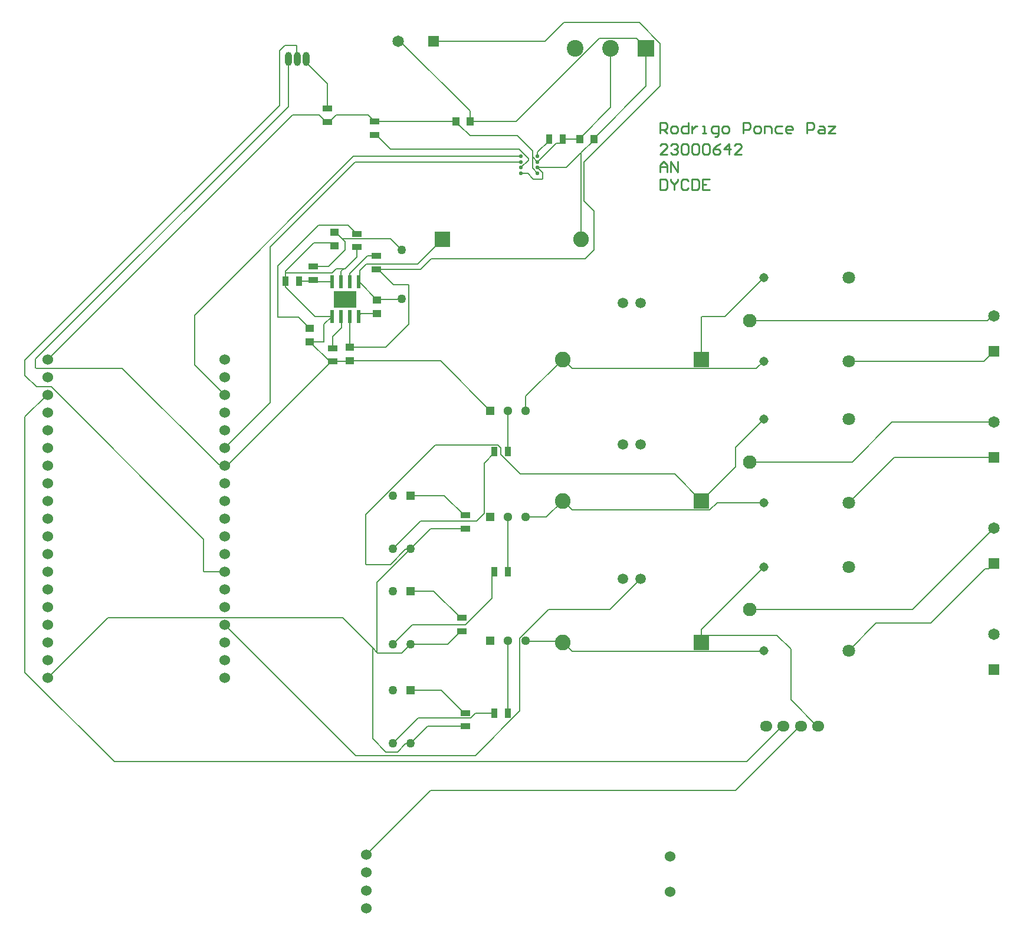
<source format=gtl>
G04*
G04 #@! TF.GenerationSoftware,Altium Limited,Altium Designer,25.5.2 (35)*
G04*
G04 Layer_Physical_Order=1*
G04 Layer_Color=255*
%FSLAX44Y44*%
%MOMM*%
G71*
G04*
G04 #@! TF.SameCoordinates,152D6A4D-AA4F-4EEC-A116-D63785992ADA*
G04*
G04*
G04 #@! TF.FilePolarity,Positive*
G04*
G01*
G75*
%ADD14C,0.2540*%
%ADD16R,1.0000X1.2500*%
%ADD19R,1.2500X1.0000*%
%ADD39C,1.9500*%
G04:AMPARAMS|DCode=43|XSize=0.5mm|YSize=0.5mm|CornerRadius=0.0625mm|HoleSize=0mm|Usage=FLASHONLY|Rotation=90.000|XOffset=0mm|YOffset=0mm|HoleType=Round|Shape=RoundedRectangle|*
%AMROUNDEDRECTD43*
21,1,0.5000,0.3750,0,0,90.0*
21,1,0.3750,0.5000,0,0,90.0*
1,1,0.1250,0.1875,0.1875*
1,1,0.1250,0.1875,-0.1875*
1,1,0.1250,-0.1875,-0.1875*
1,1,0.1250,-0.1875,0.1875*
%
%ADD43ROUNDEDRECTD43*%
%ADD44R,1.3800X0.9200*%
%ADD45R,0.9200X1.3800*%
%ADD46R,0.6000X1.9700*%
%ADD47R,3.3000X2.4100*%
%ADD48C,0.1651*%
%ADD49R,1.2600X1.2600*%
%ADD50C,1.2600*%
%ADD51O,1.0000X2.0000*%
%ADD52O,1.0000X2.0000*%
%ADD53R,2.4000X2.4000*%
%ADD54C,1.6500*%
%ADD55C,2.2500*%
%ADD56R,1.2980X1.2980*%
%ADD57O,1.7780X1.5240*%
%ADD58C,1.5240*%
%ADD59R,2.2500X2.2500*%
%ADD60C,1.5000*%
%ADD61C,1.2980*%
%ADD62R,1.6500X1.6500*%
%ADD63C,2.4000*%
%ADD64C,1.3080*%
%ADD65C,1.8000*%
%ADD66R,1.6500X1.6500*%
%ADD67C,1.2580*%
D14*
X904240Y1010918D02*
Y1026153D01*
X911858D01*
X914397Y1023614D01*
Y1018536D01*
X911858Y1015997D01*
X904240D01*
X909318D02*
X914397Y1010918D01*
X922014D02*
X927093D01*
X929632Y1013457D01*
Y1018536D01*
X927093Y1021075D01*
X922014D01*
X919475Y1018536D01*
Y1013457D01*
X922014Y1010918D01*
X944867Y1026153D02*
Y1010918D01*
X937249D01*
X934710Y1013457D01*
Y1018536D01*
X937249Y1021075D01*
X944867D01*
X949945D02*
Y1010918D01*
Y1015997D01*
X952484Y1018536D01*
X955024Y1021075D01*
X957563D01*
X965180Y1010918D02*
X970259D01*
X967719D01*
Y1021075D01*
X965180D01*
X982954Y1005840D02*
X985494D01*
X988033Y1008379D01*
Y1021075D01*
X980415D01*
X977876Y1018536D01*
Y1013457D01*
X980415Y1010918D01*
X988033D01*
X995650D02*
X1000729D01*
X1003268Y1013457D01*
Y1018536D01*
X1000729Y1021075D01*
X995650D01*
X993111Y1018536D01*
Y1013457D01*
X995650Y1010918D01*
X1023581D02*
Y1026153D01*
X1031199D01*
X1033738Y1023614D01*
Y1018536D01*
X1031199Y1015997D01*
X1023581D01*
X1041356Y1010918D02*
X1046434D01*
X1048973Y1013457D01*
Y1018536D01*
X1046434Y1021075D01*
X1041356D01*
X1038817Y1018536D01*
Y1013457D01*
X1041356Y1010918D01*
X1054052D02*
Y1021075D01*
X1061669D01*
X1064208Y1018536D01*
Y1010918D01*
X1079443Y1021075D02*
X1071826D01*
X1069287Y1018536D01*
Y1013457D01*
X1071826Y1010918D01*
X1079443D01*
X1092139D02*
X1087061D01*
X1084522Y1013457D01*
Y1018536D01*
X1087061Y1021075D01*
X1092139D01*
X1094678Y1018536D01*
Y1015997D01*
X1084522D01*
X1114992Y1010918D02*
Y1026153D01*
X1122609D01*
X1125148Y1023614D01*
Y1018536D01*
X1122609Y1015997D01*
X1114992D01*
X1132766Y1021075D02*
X1137844D01*
X1140384Y1018536D01*
Y1010918D01*
X1132766D01*
X1130227Y1013457D01*
X1132766Y1015997D01*
X1140384D01*
X1145462Y1021075D02*
X1155619D01*
X1145462Y1010918D01*
X1155619D01*
X914397Y980440D02*
X904240D01*
X914397Y990597D01*
Y993136D01*
X911858Y995675D01*
X906779D01*
X904240Y993136D01*
X919475D02*
X922014Y995675D01*
X927093D01*
X929632Y993136D01*
Y990597D01*
X927093Y988057D01*
X924553D01*
X927093D01*
X929632Y985518D01*
Y982979D01*
X927093Y980440D01*
X922014D01*
X919475Y982979D01*
X934710Y993136D02*
X937249Y995675D01*
X942328D01*
X944867Y993136D01*
Y982979D01*
X942328Y980440D01*
X937249D01*
X934710Y982979D01*
Y993136D01*
X949945D02*
X952484Y995675D01*
X957563D01*
X960102Y993136D01*
Y982979D01*
X957563Y980440D01*
X952484D01*
X949945Y982979D01*
Y993136D01*
X965180D02*
X967719Y995675D01*
X972798D01*
X975337Y993136D01*
Y982979D01*
X972798Y980440D01*
X967719D01*
X965180Y982979D01*
Y993136D01*
X990572Y995675D02*
X985494Y993136D01*
X980415Y988057D01*
Y982979D01*
X982954Y980440D01*
X988033D01*
X990572Y982979D01*
Y985518D01*
X988033Y988057D01*
X980415D01*
X1003268Y980440D02*
Y995675D01*
X995650Y988057D01*
X1005807D01*
X1021042Y980440D02*
X1010885D01*
X1021042Y990597D01*
Y993136D01*
X1018503Y995675D01*
X1013425D01*
X1010885Y993136D01*
X904240Y955040D02*
Y965197D01*
X909318Y970275D01*
X914397Y965197D01*
Y955040D01*
Y962657D01*
X904240D01*
X919475Y955040D02*
Y970275D01*
X929632Y955040D01*
Y970275D01*
X904240Y944875D02*
Y929640D01*
X911858D01*
X914397Y932179D01*
Y942336D01*
X911858Y944875D01*
X904240D01*
X919475D02*
Y942336D01*
X924553Y937258D01*
X929632Y942336D01*
Y944875D01*
X924553Y937258D02*
Y929640D01*
X944867Y942336D02*
X942328Y944875D01*
X937249D01*
X934710Y942336D01*
Y932179D01*
X937249Y929640D01*
X942328D01*
X944867Y932179D01*
X949945Y944875D02*
Y929640D01*
X957563D01*
X960102Y932179D01*
Y942336D01*
X957563Y944875D01*
X949945D01*
X975337D02*
X965180D01*
Y929640D01*
X975337D01*
X965180Y937258D02*
X970259D01*
D16*
X808830Y1002030D02*
D03*
X631030Y1027430D02*
D03*
X788830Y1002030D02*
D03*
X611030Y1027430D02*
D03*
D19*
X458470Y683420D02*
D03*
X436880Y848520D02*
D03*
X401320Y710710D02*
D03*
X436880Y868520D02*
D03*
X497840Y751350D02*
D03*
Y771350D02*
D03*
X458470Y703420D02*
D03*
X401320Y730710D02*
D03*
D39*
X1032790Y326150D02*
D03*
Y538550D02*
D03*
Y741750D02*
D03*
D43*
X728280Y961200D02*
D03*
X704280Y953200D02*
D03*
X728280Y969200D02*
D03*
Y953200D02*
D03*
X704280Y977200D02*
D03*
Y969200D02*
D03*
Y961200D02*
D03*
X728280Y977400D02*
D03*
D44*
X468630Y847050D02*
D03*
X434340Y682600D02*
D03*
X426720Y1045870D02*
D03*
X468630Y866150D02*
D03*
X496570Y815300D02*
D03*
Y834400D02*
D03*
X434340Y701700D02*
D03*
X406400Y819160D02*
D03*
Y800060D02*
D03*
X494030Y1027430D02*
D03*
X426720Y1026770D02*
D03*
X624840Y442570D02*
D03*
X619760Y295250D02*
D03*
X624840Y158700D02*
D03*
X619760Y314350D02*
D03*
X624840Y177800D02*
D03*
Y461670D02*
D03*
X494030Y1008330D02*
D03*
D45*
X366370Y798180D02*
D03*
X685190Y381000D02*
D03*
X666090D02*
D03*
X685190Y553720D02*
D03*
X666090D02*
D03*
X385470Y798180D02*
D03*
X685190Y177800D02*
D03*
X666090D02*
D03*
X763930Y1002030D02*
D03*
X744830D02*
D03*
D46*
X445770Y796910D02*
D03*
X433070Y747410D02*
D03*
X471170Y796910D02*
D03*
Y747410D02*
D03*
X458470D02*
D03*
X445770D02*
D03*
X433070Y796910D02*
D03*
X458470D02*
D03*
D47*
X452120Y772160D02*
D03*
D48*
X7773Y674067D02*
Y685953D01*
X132231Y673100D02*
X270271Y535060D01*
X8740Y673100D02*
X132231D01*
X7773Y674067D02*
X8740Y673100D01*
X7773Y685953D02*
X370840Y1049020D01*
Y1117600D01*
X366370Y810260D02*
Y812576D01*
Y798180D02*
Y810260D01*
X433548D01*
X366370Y789330D02*
Y798180D01*
X433548Y810260D02*
X439527Y816239D01*
X407234Y853440D02*
X430710D01*
X366370Y812576D02*
X407234Y853440D01*
X366370Y812576D02*
X366370Y812576D01*
X435630Y848520D02*
X436880D01*
X430710Y853440D02*
X435630Y848520D01*
X869825Y1146936D02*
X883920Y1132840D01*
X816736Y1146936D02*
X869825D01*
X883920Y1078370D02*
Y1132840D01*
X808830Y1003280D02*
X883920Y1078370D01*
X697230Y1027430D02*
X816736Y1146936D01*
X790380Y982330D02*
X808830Y1000780D01*
Y1002030D02*
Y1003280D01*
X769250Y961200D02*
X790380Y982330D01*
X728280Y961200D02*
X769250D01*
X735330Y945847D02*
Y954150D01*
X734363Y944880D02*
X735330Y945847D01*
X631030Y1027430D02*
X697230D01*
X631030D02*
Y1042830D01*
X528320Y1143000D02*
X530860D01*
X631030Y1042830D01*
X728280Y961200D02*
X735330Y954150D01*
X722262Y944880D02*
X734363D01*
X704280Y953200D02*
X713942D01*
X722262Y944880D01*
X790380Y858520D02*
Y982330D01*
X1104646Y159258D02*
X1105916D01*
X1012317Y66929D02*
X1104646Y159258D01*
X574929Y66929D02*
X1012317D01*
X468630Y832799D02*
Y847050D01*
X458470Y683420D02*
X588680D01*
X452070Y816239D02*
X468630Y832799D01*
X457650Y682600D02*
X458470Y683420D01*
X588680D02*
X660400Y611700D01*
X482600Y-25400D02*
X574929Y66929D01*
X449843Y816239D02*
X452070D01*
X445770Y812166D02*
X449843Y816239D01*
X445770Y796910D02*
Y812166D01*
X439527Y816239D02*
X449843D01*
X421640Y711200D02*
Y735980D01*
X433070Y747410D01*
X408290D02*
X433070D01*
X401810Y711200D02*
X421640D01*
X432040Y682600D02*
X434340D01*
X429430D02*
X432040D01*
X434340D02*
X457650D01*
X401320Y710710D02*
X429430Y682600D01*
X282840Y533400D02*
X432040Y682600D01*
X366370Y789330D02*
X408290Y747410D01*
X401320Y710710D02*
X401810Y711200D01*
X279400Y533400D02*
X282840D01*
X277740Y535060D02*
X279400Y533400D01*
X270271Y535060D02*
X277740D01*
X-7620Y662971D02*
X8812Y646539D01*
X-7620Y684530D02*
X358140Y1050290D01*
X-7620Y662971D02*
Y684530D01*
X358140Y1050290D02*
Y1129030D01*
X8812Y646539D02*
X30175Y646432D01*
X382397Y1118743D02*
Y1135683D01*
X381430Y1136650D02*
X382397Y1135683D01*
Y1118743D02*
X383540Y1117600D01*
X358140Y1129030D02*
X365760Y1136650D01*
X381430D01*
X248920Y381967D02*
Y427687D01*
X249887Y381000D02*
X279400D01*
X30639Y645968D02*
X248920Y427687D01*
X30175Y646432D02*
X30639Y645968D01*
X248920Y381967D02*
X249887Y381000D01*
X396240Y1112600D02*
Y1117600D01*
Y1112600D02*
X426720Y1082120D01*
Y1045870D02*
Y1082120D01*
X520700Y276860D02*
X548640Y304800D01*
X624674D02*
X662316Y342442D01*
X548640Y304800D02*
X624674D01*
X355600Y820420D02*
X414020Y878840D01*
X355600Y746760D02*
Y820420D01*
X414020Y878840D02*
X455940D01*
X452120Y843280D02*
Y854530D01*
X406400Y819160D02*
X428000D01*
X452120Y843280D01*
X615205Y1022005D02*
X616455D01*
X611030Y1026180D02*
X615205Y1022005D01*
X698803Y1007110D02*
X720959Y984954D01*
X631350Y1007110D02*
X698803D01*
X616455Y1022005D02*
X631350Y1007110D01*
X833120Y1047570D02*
Y1132840D01*
X788830Y1003280D02*
X833120Y1047570D01*
X788830Y1002030D02*
Y1003280D01*
X763930Y1002030D02*
X788830D01*
X763930Y999730D02*
Y1002030D01*
X760155Y995956D02*
X763930Y999730D01*
X755035Y995956D02*
X760155D01*
X728280Y969200D02*
X755035Y995956D01*
X720959Y960521D02*
X728280Y953200D01*
X720959Y976521D02*
Y984954D01*
Y976521D02*
X728280Y969200D01*
X720959Y960521D02*
Y976521D01*
X439230Y1036980D02*
X484480D01*
X494030Y1027430D01*
X429020Y1026770D02*
X439230Y1036980D01*
X611030Y1026180D02*
Y1027430D01*
X494030D02*
X611030D01*
X414210Y1036980D02*
X424420Y1026770D01*
X376580Y1036980D02*
X414210D01*
X426720Y1026770D02*
X429020D01*
X424420D02*
X426720D01*
X25400Y685800D02*
X376580Y1036980D01*
X1051495Y266054D02*
X1052790Y267350D01*
X777446Y266054D02*
X1051495D01*
X764100Y279400D02*
X777446Y266054D01*
X763050Y280450D02*
X764100Y279400D01*
X712250Y280450D02*
X763050D01*
X711200Y281500D02*
X712250Y280450D01*
X685190Y177800D02*
X685800Y178410D01*
Y281500D01*
X510540Y121920D02*
X527050D01*
X491490Y140970D02*
X510540Y121920D01*
X491490Y140970D02*
Y271477D01*
X448452Y314515D02*
X491490Y271477D01*
X497840Y265127D01*
X527050Y121920D02*
X538370Y133240D01*
X544720D02*
X570180Y158700D01*
X538370Y133240D02*
X544720D01*
X467360Y116840D02*
X638694D01*
X702615Y180761D01*
X279400Y304800D02*
X467360Y116840D01*
X-7620Y236220D02*
X120650Y107950D01*
X1028192D01*
X1079500Y159258D01*
X-7620Y236220D02*
Y603250D01*
X24130Y635000D02*
X25400D01*
X-7620Y603250D02*
X24130Y635000D01*
X1079500Y159258D02*
X1080770D01*
X1091652Y197144D02*
X1129538Y159258D01*
X1091652Y197144D02*
Y269788D01*
X963100Y279400D02*
X973260Y289560D01*
X1071880D02*
X1091652Y269788D01*
X973260Y289560D02*
X1071880D01*
X1265950Y326150D02*
X1383030Y443230D01*
X1032790Y326150D02*
X1265950D01*
X1375605Y385005D02*
X1383030Y392430D01*
X1370526Y385005D02*
X1375605D01*
X1292209Y306689D02*
X1370526Y385005D01*
X1214129Y306689D02*
X1292209D01*
X1174790Y267350D02*
X1214129Y306689D01*
X964067Y747590D02*
X997430D01*
X1052790Y802950D01*
X1012064Y559024D02*
X1052790Y599750D01*
X1012064Y531564D02*
Y559024D01*
X963100Y746623D02*
X964067Y747590D01*
X963100Y685800D02*
Y746623D01*
X675640Y548806D02*
X703531Y520915D01*
X675640Y548806D02*
Y558633D01*
X703531Y520915D02*
X924784D01*
X581323Y562715D02*
X671558D01*
X675640Y558633D01*
X963100Y297660D02*
X1052790Y387350D01*
X1129538Y159258D02*
X1130808D01*
X963100Y482600D02*
X1012064Y531564D01*
X963100Y279400D02*
Y297660D01*
X924784Y520915D02*
X963100Y482600D01*
X617460Y295250D02*
X619760D01*
X599070Y276860D02*
X617460Y295250D01*
X546100Y414020D02*
X574650Y442570D01*
X517615Y858505D02*
X533400Y842720D01*
X517615Y858505D02*
Y859065D01*
X481330Y462723D02*
X581323Y562715D01*
X574650Y442570D02*
X624840D01*
X544720Y412640D02*
X546100Y414020D01*
X538370Y412640D02*
X544720D01*
X516890Y391160D02*
X538370Y412640D01*
X447585Y859065D02*
X517615D01*
X447585D02*
X452120Y854530D01*
X436880Y868520D02*
X438130D01*
X447585Y859065D01*
X481330Y392127D02*
Y462723D01*
X482297Y391160D02*
X516890D01*
X570180Y158700D02*
X624840D01*
X546100Y276860D02*
X599070D01*
X497840Y365760D02*
X544720Y412640D01*
X533400Y264160D02*
X546100Y276860D01*
X497840Y265127D02*
Y365760D01*
X481330Y392127D02*
X482297Y391160D01*
X111315Y314515D02*
X448452D01*
X25400Y228600D02*
X111315Y314515D01*
X498807Y264160D02*
X533400D01*
X497840Y265127D02*
X498807Y264160D01*
X702615Y180761D02*
Y285056D01*
X744229Y326671D01*
X832131D01*
X876300Y370840D01*
X711200Y632900D02*
X764100Y685800D01*
X711200Y611700D02*
Y632900D01*
X764100Y685800D02*
X777446Y672455D01*
X1042294D01*
X1052790Y682950D01*
X764100Y482600D02*
X777446Y469254D01*
X975218D01*
X985714Y479750D01*
X1052790D01*
X740800Y459300D02*
X764100Y482600D01*
X711200Y459300D02*
X740800D01*
X685800Y554330D02*
Y611700D01*
X685190Y553720D02*
X685800Y554330D01*
Y381610D02*
Y459300D01*
X685190Y381000D02*
X685800Y381610D01*
X662316Y377225D02*
X666090Y381000D01*
X662316Y342442D02*
Y377225D01*
X639304Y177800D02*
X666090D01*
X632608Y171105D02*
X639304Y177800D01*
X557184Y171105D02*
X632608D01*
X520700Y134620D02*
X557184Y171105D01*
X622540Y177800D02*
X624840D01*
X589520Y210820D02*
X622540Y177800D01*
X546100Y210820D02*
X589520D01*
X617460Y314350D02*
X619760D01*
X578750Y353060D02*
X617460Y314350D01*
X546100Y353060D02*
X578750D01*
X666090Y551420D02*
Y553720D01*
X651349Y536679D02*
X666090Y551420D01*
X651349Y464356D02*
Y536679D01*
X640383Y453390D02*
X651349Y464356D01*
X560070Y453390D02*
X640383D01*
X520700Y414020D02*
X560070Y453390D01*
X622540Y461670D02*
X624840D01*
X593990Y490220D02*
X622540Y461670D01*
X546100Y490220D02*
X593990D01*
X344170Y847090D02*
X466280Y969200D01*
X496570Y815300D02*
X560030D01*
X575310Y830580D01*
X796290D01*
X808990Y843280D01*
Y899160D01*
X795020Y913130D02*
X808990Y899160D01*
X795020Y913130D02*
Y969010D01*
X904240Y1078230D01*
Y1139483D01*
X874053Y1169670D02*
X904240Y1139483D01*
X765810Y1169670D02*
X874053D01*
X739140Y1143000D02*
X765810Y1169670D01*
X579120Y1143000D02*
X739140D01*
X236220Y678180D02*
X279400Y635000D01*
X236220Y678180D02*
Y749300D01*
X464120Y977200D01*
X704280D01*
X344170Y623570D02*
Y847090D01*
X466280Y969200D02*
X704280D01*
X279400Y558800D02*
X344170Y623570D01*
X516981Y987679D02*
X701421D01*
X1380421Y748030D02*
X1383030D01*
X1374140Y741750D02*
X1380421Y748030D01*
X1032790Y741750D02*
X1374140D01*
X1368750Y682950D02*
X1383030Y697230D01*
X1174790Y682950D02*
X1368750D01*
X1236856Y595630D02*
X1383030D01*
X1179776Y538550D02*
X1236856Y595630D01*
X1032790Y538550D02*
X1179776D01*
X1239870Y544830D02*
X1383030D01*
X1174790Y479750D02*
X1239870Y544830D01*
X744830Y999730D02*
Y1002030D01*
X728280Y983180D02*
X744830Y999730D01*
X728280Y977400D02*
Y983180D01*
X704280Y961200D02*
X715010Y971930D01*
Y974090D01*
X701421Y987679D02*
X715010Y974090D01*
X496330Y1008330D02*
X516981Y987679D01*
X494030Y1008330D02*
X496330D01*
X472280Y796910D02*
X473344Y797974D01*
Y813705D01*
X482600Y822960D01*
X555820D01*
X591380Y858520D01*
X458470Y703420D02*
X510380D01*
X543560Y736600D02*
Y792332D01*
X510380Y703420D02*
X543560Y736600D01*
X542593Y793299D02*
X543560Y792332D01*
X520871Y793299D02*
X542593D01*
X498870Y815300D02*
X520871Y793299D01*
X496570Y815300D02*
X498870D01*
X498090Y771600D02*
X533400D01*
X497840Y771350D02*
X498090Y771600D01*
X471170Y747410D02*
X475110Y751350D01*
X497840D01*
X472280Y796910D02*
X497840Y771350D01*
X483880Y834400D02*
X496570D01*
X458470Y808990D02*
X483880Y834400D01*
X458470Y796910D02*
Y808990D01*
X445770Y747410D02*
X447040Y746140D01*
Y731520D02*
Y746140D01*
X434340Y718820D02*
X447040Y731520D01*
X434340Y701700D02*
Y718820D01*
X458470Y703420D02*
Y747410D01*
X385270Y746760D02*
X401320Y730710D01*
X355600Y746760D02*
X385270D01*
X455940Y878840D02*
X468630Y866150D01*
X404520Y798180D02*
X406400Y800060D01*
X385470Y798180D02*
X404520D01*
X409550Y796910D02*
X433070D01*
X406400Y800060D02*
X409550Y796910D01*
D49*
X546100Y353060D02*
D03*
Y490220D02*
D03*
Y210820D02*
D03*
D50*
X520700Y353060D02*
D03*
Y276860D02*
D03*
X546100D02*
D03*
X520700Y490220D02*
D03*
Y414020D02*
D03*
X546100D02*
D03*
X520700Y210820D02*
D03*
Y134620D02*
D03*
X546100D02*
D03*
D51*
X396240Y1117600D02*
D03*
X370840D02*
D03*
D52*
X383540D02*
D03*
D53*
X883920Y1132840D02*
D03*
D54*
X528320Y1143000D02*
D03*
X1383030Y443230D02*
D03*
Y290830D02*
D03*
Y595630D02*
D03*
Y748030D02*
D03*
D55*
X790380Y858520D02*
D03*
X764100Y685800D02*
D03*
Y279400D02*
D03*
Y482600D02*
D03*
D56*
X660400Y611700D02*
D03*
Y459300D02*
D03*
Y281500D02*
D03*
D57*
X1105916Y159258D02*
D03*
X1130808D02*
D03*
X1080770D02*
D03*
X1056132D02*
D03*
D58*
X482600Y-25400D02*
D03*
X279400Y533400D02*
D03*
Y381000D02*
D03*
X482600Y-102870D02*
D03*
Y-77470D02*
D03*
Y-50800D02*
D03*
X918210Y-78740D02*
D03*
Y-27940D02*
D03*
X25400Y685800D02*
D03*
Y482600D02*
D03*
Y228600D02*
D03*
Y660400D02*
D03*
Y635000D02*
D03*
Y609600D02*
D03*
Y584200D02*
D03*
Y558800D02*
D03*
Y533400D02*
D03*
Y508000D02*
D03*
Y457200D02*
D03*
Y431800D02*
D03*
Y406400D02*
D03*
Y381000D02*
D03*
Y355600D02*
D03*
Y330200D02*
D03*
Y304800D02*
D03*
Y279400D02*
D03*
Y254000D02*
D03*
X279400Y660400D02*
D03*
Y635000D02*
D03*
Y584200D02*
D03*
Y558800D02*
D03*
Y609600D02*
D03*
Y685800D02*
D03*
Y228600D02*
D03*
Y355600D02*
D03*
Y406400D02*
D03*
Y431800D02*
D03*
Y457200D02*
D03*
Y482600D02*
D03*
Y508000D02*
D03*
Y254000D02*
D03*
Y279400D02*
D03*
Y304800D02*
D03*
Y330200D02*
D03*
D59*
X963100Y685800D02*
D03*
Y279400D02*
D03*
Y482600D02*
D03*
X591380Y858520D02*
D03*
D60*
X850900Y370840D02*
D03*
X876300D02*
D03*
X850900Y563880D02*
D03*
X876300D02*
D03*
X850900Y767080D02*
D03*
X876300D02*
D03*
D61*
X711200Y611700D02*
D03*
X685800D02*
D03*
X711200Y459300D02*
D03*
X685800D02*
D03*
X711200Y281500D02*
D03*
X685800D02*
D03*
D62*
X579120Y1143000D02*
D03*
D63*
X833120Y1132840D02*
D03*
X782320D02*
D03*
D64*
X1052790Y267350D02*
D03*
Y387350D02*
D03*
Y802950D02*
D03*
Y599750D02*
D03*
Y479750D02*
D03*
Y682950D02*
D03*
D65*
X1174790Y387350D02*
D03*
Y267350D02*
D03*
Y599750D02*
D03*
Y479750D02*
D03*
Y682950D02*
D03*
Y802950D02*
D03*
D66*
X1383030Y392430D02*
D03*
Y240030D02*
D03*
Y544830D02*
D03*
Y697230D02*
D03*
D67*
X533400Y842720D02*
D03*
Y772720D02*
D03*
M02*

</source>
